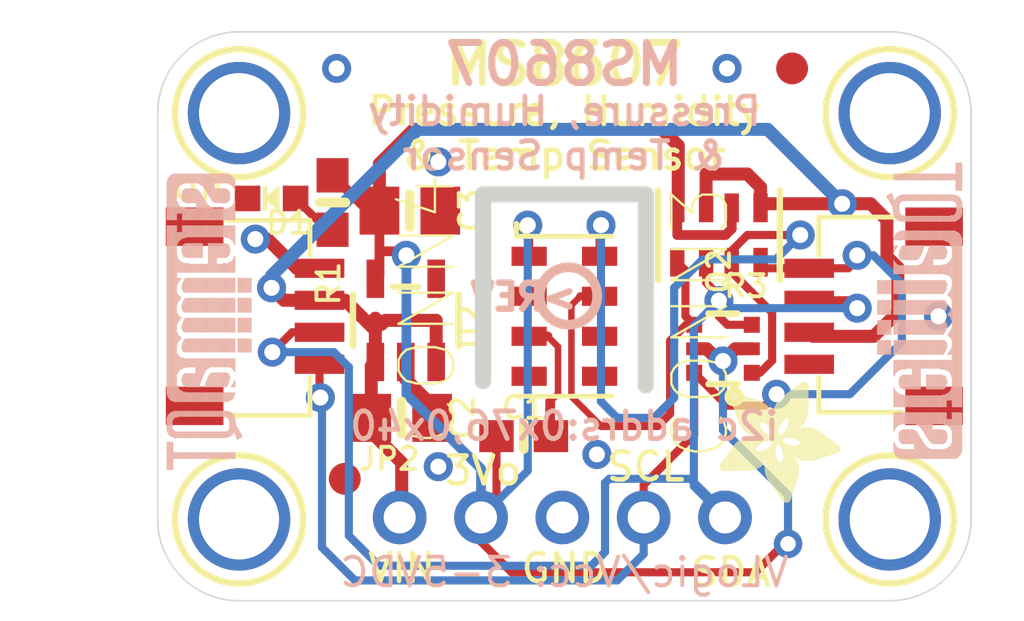
<source format=kicad_pcb>
(kicad_pcb (version 20211014) (generator pcbnew)
  (layers (0 "F.Cu" signal) (31 "B.Cu" signal) (34 "B.Paste" user) (35 "F.Paste" user) (36 "B.SilkS" user "B.Silkscreen") (37 "F.SilkS" user "F.Silkscreen") (38 "B.Mask" user) (39 "F.Mask" user) (44 "Edge.Cuts" user))
  (net 0 "")
  (net 1 "GND")
  (net 2 "SDA")
  (net 3 "SCL")
  (net 4 "SCL_3V")
  (net 5 "SDA_3V")
  (net 6 "3.3V")
  (net 7 "VCC")
  (net 8 "N$1")
  (footprint "Adafruit MS8607:ADAFRUIT_3.5MM" (layer "F.Cu") (at 153.3271 107.0356 -90)
    (fp_text reference "U$22" hide)
    (fp_text value "" hide)
  )
  (footprint "Adafruit MS8607:1X05_ROUND" (layer "F.Cu") (at 148.4376 111.2901)
    (fp_text reference "JP2" (at -6.4262 -1.8288) (layer "F.SilkS") (effects (font (size 0.692831 0.692831) (thickness 0.119969)) (justify left)))
    (fp_text value "")
    (pad "1" thru_hole circle (at -5.08 0 90) (size 1.6764 1.6764) (drill 1) (layers *.Cu *.Mask) (net 7 "VCC"))
    (pad "2" thru_hole circle (at -2.54 0 90) (size 1.6764 1.6764) (drill 1) (layers *.Cu *.Mask) (net 6 "3.3V"))
    (pad "3" thru_hole circle (at 0 0 90) (size 1.6764 1.6764) (drill 1) (layers *.Cu *.Mask) (net 1 "GND"))
    (pad "4" thru_hole circle (at 2.54 0 90) (size 1.6764 1.6764) (drill 1) (layers *.Cu *.Mask) (net 3 "SCL"))
    (pad "5" thru_hole circle (at 5.08 0 90) (size 1.6764 1.6764) (drill 1) (layers *.Cu *.Mask) (net 2 "SDA"))
  )
  (footprint "Adafruit MS8607:0603-NO" (layer "F.Cu") (at 147.2311 108.7501)
    (fp_text reference "C1" (at -0.762 -0.889) (layer "F.SilkS") (effects (font (size 0.692831 0.692831) (thickness 0.119969)) (justify left)))
    (fp_text value "0.1uF")
    (pad "1" smd rect (at -0.85 0) (size 1.075 1) (layers "F.Cu" "F.Paste" "F.Mask") (net 6 "3.3V"))
    (pad "2" smd rect (at 0.85 0) (size 1.075 1) (layers "F.Cu" "F.Paste" "F.Mask") (net 1 "GND"))
  )
  (footprint "Adafruit MS8607:SOT363" (layer "F.Cu") (at 153.4541 106.0196 90)
    (fp_text reference "Q2" (at 1.651 -0.127 90) (layer "F.SilkS") (effects (font (size 0.692831 0.692831) (thickness 0.119969)) (justify left)))
    (fp_text value "BSS138")
    (pad "1" smd rect (at -0.75 0.9 90) (size 0.5 0.5) (layers "F.Cu" "F.Paste" "F.Mask") (net 4 "SCL_3V"))
    (pad "2" smd rect (at 0 0.9 90) (size 0.4 0.5) (layers "F.Cu" "F.Paste" "F.Mask") (net 6 "3.3V"))
    (pad "3" smd rect (at 0.75 0.9 90) (size 0.5 0.5) (layers "F.Cu" "F.Paste" "F.Mask") (net 2 "SDA"))
    (pad "4" smd rect (at 0.75 -0.9 90) (size 0.5 0.5) (layers "F.Cu" "F.Paste" "F.Mask") (net 5 "SDA_3V"))
    (pad "5" smd rect (at 0 -0.9 90) (size 0.4 0.5) (layers "F.Cu" "F.Paste" "F.Mask") (net 6 "3.3V"))
    (pad "6" smd rect (at -0.75 -0.9 90) (size 0.5 0.5) (layers "F.Cu" "F.Paste" "F.Mask") (net 3 "SCL"))
  )
  (footprint "Adafruit MS8607:RESPACK_4X0603" (layer "F.Cu") (at 153.3271 102.4636 180)
    (fp_text reference "R3" (at -1.6 -1.6) (layer "F.SilkS") (effects (font (size 0.692831 0.692831) (thickness 0.119969)) (justify right)))
    (fp_text value "10K")
    (pad "1" smd rect (at -1.3 0.85 180) (size 0.45 0.9) (layers "F.Cu" "F.Paste" "F.Mask") (net 7 "VCC"))
    (pad "2" smd rect (at -0.4 0.85 180) (size 0.45 0.9) (layers "F.Cu" "F.Paste" "F.Mask") (net 6 "3.3V"))
    (pad "3" smd rect (at 0.4 0.85 180) (size 0.45 0.9) (layers "F.Cu" "F.Paste" "F.Mask") (net 7 "VCC"))
    (pad "4" smd rect (at 1.3 0.85 180) (size 0.45 0.9) (layers "F.Cu" "F.Paste" "F.Mask") (net 6 "3.3V"))
    (pad "5" smd rect (at 1.3 -0.85 180) (size 0.45 0.9) (layers "F.Cu" "F.Paste" "F.Mask") (net 5 "SDA_3V"))
    (pad "6" smd rect (at 0.4 -0.85 180) (size 0.45 0.9) (layers "F.Cu" "F.Paste" "F.Mask") (net 2 "SDA"))
    (pad "7" smd rect (at -0.4 -0.85 180) (size 0.45 0.9) (layers "F.Cu" "F.Paste" "F.Mask") (net 4 "SCL_3V"))
    (pad "8" smd rect (at -1.3 -0.85 180) (size 0.45 0.9) (layers "F.Cu" "F.Paste" "F.Mask") (net 3 "SCL"))
  )
  (footprint "Adafruit MS8607:JST_SH4" (layer "F.Cu") (at 158.6611 105.0036 90)
    (fp_text reference "CONN3" (at -4.6 -5.9 90) (layer "F.SilkS") (effects (font (size 1.703222 1.703222) (thickness 0.074778)) (justify left)))
    (fp_text value "STEMMA_I2C_QT" hide)
    (pad "1" smd rect (at -1.5 -2.514 180) (size 1.55 0.6) (layers "F.Cu" "F.Paste" "F.Mask") (net 1 "GND"))
    (pad "2" smd rect (at -0.5 -2.514 180) (size 1.55 0.6) (layers "F.Cu" "F.Paste" "F.Mask") (net 7 "VCC"))
    (pad "3" smd rect (at 0.5 -2.514 180) (size 1.55 0.6) (layers "F.Cu" "F.Paste" "F.Mask") (net 2 "SDA"))
    (pad "4" smd rect (at 1.5 -2.514 180) (size 1.55 0.6) (layers "F.Cu" "F.Paste" "F.Mask") (net 3 "SCL"))
    (pad "MT1" smd rect (at -2.8 1.386 180) (size 1.8 1.2) (layers "F.Cu" "F.Paste" "F.Mask") (net 1 "GND"))
    (pad "MT2" smd rect (at 2.8 1.386 180) (size 1.8 1.2) (layers "F.Cu" "F.Paste" "F.Mask") (net 1 "GND"))
  )
  (footprint "Adafruit MS8607:0603-NO" (layer "F.Cu") (at 141.2621 101.4476 -90)
    (fp_text reference "R1" (at 1.778 0.127 90) (layer "F.SilkS") (effects (font (size 0.692831 0.692831) (thickness 0.119969)) (justify right)))
    (fp_text value "10K")
    (pad "1" smd rect (at -0.85 0 270) (size 1.075 1) (layers "F.Cu" "F.Paste" "F.Mask") (net 6 "3.3V"))
    (pad "2" smd rect (at 0.85 0 270) (size 1.075 1) (layers "F.Cu" "F.Paste" "F.Mask") (net 8 "N$1"))
  )
  (footprint "Adafruit MS8607:MOUNTINGHOLE_2.5_PLATED" (layer "F.Cu") (at 138.3411 98.6536)
    (fp_text reference "U$1" hide)
    (fp_text value "MOUNTINGHOLE2.5" hide)
    (pad "P$1" thru_hole circle (at 0 0) (size 3.2 3.2) (drill 2.5) (layers *.Cu *.Mask))
  )
  (footprint "Adafruit MS8607:MOUNTINGHOLE_2.5_PLATED" (layer "F.Cu") (at 138.3411 111.3536)
    (fp_text reference "U$19" hide)
    (fp_text value "MOUNTINGHOLE2.5" hide)
    (pad "P$1" thru_hole circle (at 0 0) (size 3.2 3.2) (drill 2.5) (layers *.Cu *.Mask))
  )
  (footprint "Adafruit MS8607:MOUNTINGHOLE_2.5_PLATED" (layer "F.Cu") (at 158.6611 111.3536)
    (fp_text reference "U$21" hide)
    (fp_text value "MOUNTINGHOLE2.5" hide)
    (pad "P$1" thru_hole circle (at 0 0) (size 3.2 3.2) (drill 2.5) (layers *.Cu *.Mask))
  )
  (footprint "Adafruit MS8607:MS8607" (layer "F.Cu") (at 148.5011 105.0036)
    (fp_text reference "X1" hide)
    (fp_text value "MS8607" hide)
    (pad "1" smd rect (at -1.1 -1.875) (size 1.1 0.6) (layers "F.Cu" "F.Paste" "F.Mask") (net 6 "3.3V"))
    (pad "2" smd rect (at -1.1 -0.625) (size 1.1 0.6) (layers "F.Cu" "F.Paste" "F.Mask"))
    (pad "3" smd rect (at -1.1 0.625) (size 1.1 0.6) (layers "F.Cu" "F.Paste" "F.Mask") (net 1 "GND"))
    (pad "4" smd rect (at -1.1 1.875) (size 1.1 0.6) (layers "F.Cu" "F.Paste" "F.Mask"))
    (pad "5" smd rect (at 1.1 1.875 180) (size 1.1 0.6) (layers "F.Cu" "F.Paste" "F.Mask"))
    (pad "6" smd rect (at 1.1 0.625 180) (size 1.1 0.6) (layers "F.Cu" "F.Paste" "F.Mask"))
    (pad "7" smd rect (at 1.1 -0.625 180) (size 1.1 0.6) (layers "F.Cu" "F.Paste" "F.Mask") (net 5 "SDA_3V"))
    (pad "8" smd rect (at 1.1 -1.875 180) (size 1.1 0.6) (layers "F.Cu" "F.Paste" "F.Mask") (net 4 "SCL_3V"))
  )
  (footprint "Adafruit MS8607:SOT23-5" (layer "F.Cu") (at 143.5481 105.1306)
    (fp_text reference "U2" (at 2.032 -0.562 90) (layer "F.SilkS") (effects (font (size 0.692831 0.692831) (thickness 0.119969)) (justify right)))
    (fp_text value "AP2112K-3.3")
    (pad "1" smd rect (at -0.95 1.3001) (size 0.55 1.2) (layers "F.Cu" "F.Paste" "F.Mask") (net 7 "VCC"))
    (pad "2" smd rect (at 0 1.3001) (size 0.55 1.2) (layers "F.Cu" "F.Paste" "F.Mask") (net 1 "GND"))
    (pad "3" smd rect (at 0.95 1.3001) (size 0.55 1.2) (layers "F.Cu" "F.Paste" "F.Mask") (net 7 "VCC"))
    (pad "4" smd rect (at 0.95 -1.3001) (size 0.55 1.2) (layers "F.Cu" "F.Paste" "F.Mask"))
    (pad "5" smd rect (at -0.95 -1.3001) (size 0.55 1.2) (layers "F.Cu" "F.Paste" "F.Mask") (net 6 "3.3V"))
  )
  (footprint "Adafruit MS8607:FIDUCIAL_1MM" (layer "F.Cu") (at 155.6131 97.2566)
    (fp_text reference "FID4" hide)
    (fp_text value "FIDUCIAL_1MM" hide)
    (pad "1" smd roundrect (at 0 0) (size 1 1) (layers "F.Cu" "F.Mask") (roundrect_rratio 0.5))
  )
  (footprint "Adafruit MS8607:0805-NO" (layer "F.Cu") (at 143.6751 101.7016)
    (fp_text reference "C3" (at 1.905 -0.762 90) (layer "F.SilkS") (effects (font (size 0.692831 0.692831) (thickness 0.119969)) (justify right)))
    (fp_text value "10uF")
    (pad "1" smd rect (at -0.95 0) (size 1.24 1.5) (layers "F.Cu" "F.Paste" "F.Mask") (net 6 "3.3V"))
    (pad "2" smd rect (at 0.95 0) (size 1.24 1.5) (layers "F.Cu" "F.Paste" "F.Mask") (net 1 "GND"))
  )
  (footprint "Adafruit MS8607:JST_SH4" (layer "F.Cu") (at 138.3411 105.0036 -90)
    (fp_text reference "CONN4" (at -4.6 -5.9 90) (layer "F.SilkS") (effects (font (size 1.703222 1.703222) (thickness 0.074778)) (justify right)))
    (fp_text value "STEMMA_I2C_QT" hide)
    (pad "1" smd rect (at -1.5 -2.514) (size 1.55 0.6) (layers "F.Cu" "F.Paste" "F.Mask") (net 1 "GND"))
    (pad "2" smd rect (at -0.5 -2.514) (size 1.55 0.6) (layers "F.Cu" "F.Paste" "F.Mask") (net 7 "VCC"))
    (pad "3" smd rect (at 0.5 -2.514) (size 1.55 0.6) (layers "F.Cu" "F.Paste" "F.Mask") (net 2 "SDA"))
    (pad "4" smd rect (at 1.5 -2.514) (size 1.55 0.6) (layers "F.Cu" "F.Paste" "F.Mask") (net 3 "SCL"))
    (pad "MT1" smd rect (at -2.8 1.386) (size 1.8 1.2) (layers "F.Cu" "F.Paste" "F.Mask") (net 1 "GND"))
    (pad "MT2" smd rect (at 2.8 1.386) (size 1.8 1.2) (layers "F.Cu" "F.Paste" "F.Mask") (net 1 "GND"))
  )
  (footprint "Adafruit MS8607:FIDUCIAL_1MM" (layer "F.Cu") (at 141.6431 110.0836)
    (fp_text reference "FID3" hide)
    (fp_text value "FIDUCIAL_1MM" hide)
    (pad "1" smd roundrect (at 0 0) (size 1 1) (layers "F.Cu" "F.Mask") (roundrect_rratio 0.5))
  )
  (footprint "Adafruit MS8607:0805-NO" (layer "F.Cu") (at 143.4211 108.1786)
    (fp_text reference "C2" (at 1.905 -0.762 90) (layer "F.SilkS") (effects (font (size 0.692831 0.692831) (thickness 0.119969)) (justify right)))
    (fp_text value "10uF")
    (pad "1" smd rect (at -0.95 0) (size 1.24 1.5) (layers "F.Cu" "F.Paste" "F.Mask") (net 7 "VCC"))
    (pad "2" smd rect (at 0.95 0) (size 1.24 1.5) (layers "F.Cu" "F.Paste" "F.Mask") (net 1 "GND"))
  )
  (footprint "Adafruit MS8607:CHIPLED_0603_NOOUTLINE" (layer "F.Cu") (at 139.3571 101.3206 90)
    (fp_text reference "D1" (at -0.762 1.27) (layer "F.SilkS") (effects (font (size 0.692831 0.692831) (thickness 0.119969)) (justify right)))
    (fp_text value "GREEN")
    (pad "A" smd rect (at 0 0.75 90) (size 0.8 0.8) (layers "F.Cu" "F.Paste" "F.Mask") (net 8 "N$1"))
    (pad "C" smd rect (at 0 -0.75 90) (size 0.8 0.8) (layers "F.Cu" "F.Paste" "F.Mask") (net 1 "GND"))
  )
  (footprint "Adafruit MS8607:MOUNTINGHOLE_2.5_PLATED" (layer "F.Cu") (at 158.6611 98.6536)
    (fp_text reference "U$17" hide)
    (fp_text value "MOUNTINGHOLE2.5" hide)
    (pad "P$1" thru_hole circle (at 0 0) (size 3.2 3.2) (drill 2.5) (layers *.Cu *.Mask))
  )
  (footprint "Adafruit MS8607:STEMMAQT" (layer "B.Cu") (at 158.2801 109.4486 90)
    (fp_text reference "U$30" hide)
    (fp_text value "" hide)
  )
  (footprint "Adafruit MS8607:PCBFEAT-REV-040" (layer "B.Cu") (at 148.6281 104.3686 180)
    (fp_text reference "U$25" hide)
    (fp_text value "" hide)
    (fp_text user ">REV" (at -0.3556 -0.508) (layer "B.SilkS") (effects (font (size 0.8128 0.8128) (thickness 0.2032)) (justify left bottom mirror)))
  )
  (footprint "Adafruit MS8607:STEMMAQT" (layer "B.Cu") (at 138.7221 100.5586 -90)
    (fp_text reference "U$31" hide)
    (fp_text value "" hide)
  )
  (gr_arc (start 138.3411 113.8936) (mid 136.545049 113.149651) (end 135.8011 111.3536) (layer "Edge.Cuts") (width 0.05))
  (gr_line (start 135.8011 98.6536) (end 135.8011 111.3536) (layer "Edge.Cuts") (width 0.05))
  (gr_arc (start 161.2011 111.3536) (mid 160.457151 113.149651) (end 158.6611 113.8936) (layer "Edge.Cuts") (width 0.05))
  (gr_arc (start 135.8011 98.6536) (mid 136.545049 96.857549) (end 138.3411 96.1136) (layer "Edge.Cuts") (width 0.05))
  (gr_line (start 145.9611 107.0356) (end 145.9611 101.1936) (layer "Edge.Cuts") (width 0.508))
  (gr_line (start 151.0411 101.1936) (end 151.0411 107.1626) (layer "Edge.Cuts") (width 0.508))
  (gr_line (start 161.2011 111.3536) (end 161.2011 98.6536) (layer "Edge.Cuts") (width 0.05))
  (gr_line (start 158.6611 96.1136) (end 138.3411 96.1136) (layer "Edge.Cuts") (width 0.05))
  (gr_line (start 145.9611 101.1936) (end 151.0411 101.1936) (layer "Edge.Cuts") (width 0.508))
  (gr_arc (start 158.6611 96.1136) (mid 160.457151 96.857549) (end 161.2011 98.6536) (layer "Edge.Cuts") (width 0.05))
  (gr_line (start 138.3411 113.8936) (end 158.6611 113.8936) (layer "Edge.Cuts") (width 0.05))
  (gr_text "Pressure, Humidity\n& Temp Sensor" (at 148.5011 99.2886) (layer "B.SilkS") (effects (font (size 0.8636 0.8636) (thickness 0.1524)) (justify mirror)))
  (gr_text "MS8607" (at 148.5011 97.1296) (layer "B.SilkS") (effects (font (size 1.25222 1.25222) (thickness 0.22098)) (justify mirror)))
  (gr_text "i2c addrs:0x76,0x40" (at 148.5011 108.4326) (layer "B.SilkS") (effects (font (size 0.8636 0.8636) (thickness 0.1524)) (justify mirror)))
  (gr_text "VLogic/Vcc: 3-5VDC" (at 148.5011 113.0046) (layer "B.SilkS") (effects (font (size 0.89408 0.89408) (thickness 0.12192)) (justify mirror)))
  (gr_text "MS8607" (at 148.5011 97.1296) (layer "F.SilkS") (effects (font (size 1.25222 1.25222) (thickness 0.22098))))
  (gr_text "SDA" (at 153.7081 113.0046) (layer "F.SilkS") (effects (font (size 0.87376 0.87376) (thickness 0.14224))))
  (gr_text "GND" (at 148.5011 112.8776) (layer "F.SilkS") (effects (font (size 0.87376 0.87376) (thickness 0.14224))))
  (gr_text "Pressure, Humidity\n& Temp Sensor" (at 148.5011 99.2886) (layer "F.SilkS") (effects (font (size 0.8636 0.8636) (thickness 0.1524))))
  (gr_text "SCL" (at 151.0411 109.7026) (layer "F.SilkS") (effects (font (size 0.87376 0.87376) (thickness 0.14224))))
  (gr_text "3Vo" (at 145.9611 109.8296) (layer "F.SilkS") (effects (font (size 0.87376 0.87376) (thickness 0.14224))))
  (gr_text "on" (at 136.1821 101.4476) (layer "F.SilkS") (effects (font (size 0.89408 0.89408) (thickness 0.12192)) (justify left bottom)))
  (gr_text "VIN" (at 143.4211 112.8776) (layer "F.SilkS") (effects (font (size 0.87376 0.87376) (thickness 0.14224))))
  (segment (start 148.3018 107.4254) (end 148.0566 107.6706) (width 0.2032) (layer "F.Cu") (net 1))
  (segment (start 148.0566 108.7256) (end 148.0811 108.7501) (width 0.3048) (layer "F.Cu") (net 1))
  (segment (start 144.3711 108.1786) (end 144.3711 107.7976) (width 0.4064) (layer "F.Cu") (net 1))
  (segment (start 147.4011 105.6286) (end 147.9743 105.6286) (width 0.3048) (layer "F.Cu") (net 1))
  (segment (start 148.0566 107.6706) (end 148.0566 108.7256) (width 0.3048) (layer "F.Cu") (net 1))
  (segment (start 140.1431 103.5036) (end 139.2301 102.5906) (width 0.4064) (layer "F.Cu") (net 1))
  (segment (start 143.5481 106.4307) (end 143.5481 106.9746) (width 0.4064) (layer "F.Cu") (net 1))
  (segment (start 139.2301 102.5906) (end 138.8491 102.5906) (width 0.4064) (layer "F.Cu") (net 1))
  (segment (start 140.8551 103.5036) (end 140.1431 103.5036) (width 0.4064) (layer "F.Cu") (net 1))
  (segment (start 144.3711 107.7976) (end 143.5481 106.9746) (width 0.4064) (layer "F.Cu") (net 1))
  (segment (start 148.3018 105.9561) (end 148.3018 107.4254) (width 0.2032) (layer "F.Cu") (net 1))
  (segment (start 147.9743 105.6286) (end 148.3018 105.9561) (width 0.2032) (layer "F.Cu") (net 1))
  (via (at 144.5641 100.1776) (size 0.9064) (drill 0.5) (layers "F.Cu" "B.Cu") (net 1))
  (via (at 160.1851 105.0036) (size 0.9064) (drill 0.5) (layers "F.Cu" "B.Cu") (net 1))
  (via (at 144.5641 109.7026) (size 0.9064) (drill 0.5) (layers "F.Cu" "B.Cu") (net 1))
  (via (at 141.3891 97.2566) (size 0.9064) (drill 0.5) (layers "F.Cu" "B.Cu") (net 1))
  (via (at 149.5171 109.3216) (size 0.9064) (drill 0.5) (layers "F.Cu" "B.Cu") (net 1))
  (via (at 153.5811 97.2566) (size 0.9064) (drill 0.5) (layers "F.Cu" "B.Cu") (net 1))
  (via (at 138.8491 102.5906) (size 0.9064) (drill 0.5) (layers "F.Cu" "B.Cu") (net 1))
  (segment (start 153.3271 104.3486) (end 152.9271 103.9486) (width 0.254) (layer "F.Cu") (net 2))
  (segment (start 152.9271 103.3136) (end 152.9271 103.9486) (width 0.254) (layer "F.Cu") (net 2))
  (segment (start 140.0001 105.5036) (end 139.379706 106.123994) (width 0.254) (layer "F.Cu") (net 2))
  (segment (start 153.3271 104.5146) (end 153.3271 104.3486) (width 0.254) (layer "F.Cu") (net 2))
  (segment (start 153.5921 105.2696) (end 153.3271 105.0046) (width 0.254) (layer "F.Cu") (net 2))
  (segment (start 153.5921 105.2696) (end 154.3541 105.2696) (width 0.254) (layer "F.Cu") (net 2))
  (segment (start 156.1471 104.5036) (end 157.3991 104.5036) (width 0.254) (layer "F.Cu") (net 2))
  (segment (start 140.8551 105.5036) (end 140.0001 105.5036) (width 0.254) (layer "F.Cu") (net 2))
  (segment (start 153.3271 104.5146) (end 153.3271 105.0046) (width 0.254) (layer "F.Cu") (net 2))
  (segment (start 157.3991 104.5036) (end 157.6451 104.7496) (width 0.254) (layer "F.Cu") (net 2))
  (via (at 153.3271 104.5146) (size 0.9064) (drill 0.5) (layers "F.Cu" "B.Cu") (net 2))
  (via (at 157.6451 104.7496) (size 0.9064) (drill 0.5) (layers "F.Cu" "B.Cu") (net 2))
  (via (at 139.379706 106.123994) (size 0.9064) (drill 0.5) (layers "F.Cu" "B.Cu") (net 2))
  (segment (start 141.7701 106.5911) (end 141.7701 111.8616) (width 0.254) (layer "B.Cu") (net 2))
  (segment (start 149.3393 112.8014) (end 149.7711 112.3696) (width 0.254) (layer "B.Cu") (net 2))
  (segment (start 153.5176 111.2901) (end 152.5461 110.3186) (width 0.254) (layer "B.Cu") (net 2))
  (segment (start 153.5621 104.7496) (end 153.3271 104.5146) (width 0.254) (layer "B.Cu") (net 2))
  (segment (start 153.5176 111.1631) (end 153.5176 111.2901) (width 0.254) (layer "B.Cu") (net 2))
  (segment (start 149.7711 110.2106) (end 149.8981 110.0836) (width 0.254) (layer "B.Cu") (net 2))
  (segment (start 149.8981 110.0836) (end 152.4381 110.0836) (width 0.254) (layer "B.Cu") (net 2))
  (segment (start 149.7711 112.3696) (end 149.7711 110.2106) (width 0.254) (layer "B.Cu") (net 2))
  (segment (start 141.7701 111.8616) (end 142.7099 112.8014) (width 0.254) (layer "B.Cu") (net 2))
  (segment (start 141.302993 106.123994) (end 141.7701 106.5911) (width 0.254) (layer "B.Cu") (net 2))
  (segment (start 157.6451 104.7496) (end 153.5621 104.7496) (width 0.254) (layer "B.Cu") (net 2))
  (segment (start 149.3393 112.8014) (end 142.7099 112.8014) (width 0.254) (layer "B.Cu") (net 2))
  (segment (start 152.5461 105.2956) (end 152.5461 110.3186) (width 0.254) (layer "B.Cu") (net 2))
  (segment (start 153.3271 104.5146) (end 152.5461 105.2956) (width 0.254) (layer "B.Cu") (net 2))
  (segment (start 152.4381 110.0836) (end 153.5176 111.1631) (width 0.254) (layer "B.Cu") (net 2))
  (segment (start 139.379706 106.123994) (end 141.302993 106.123994) (width 0.254) (layer "B.Cu") (net 2))
  (segment (start 152.5541 108.6976) (end 150.9776 110.2741) (width 0.254) (layer "F.Cu") (net 3))
  (segment (start 140.8551 106.5036) (end 140.8551 107.5176) (width 0.254) (layer "F.Cu") (net 3))
  (segment (start 157.6451 103.0986) (end 157.6451 103.2256) (width 0.254) (layer "F.Cu") (net 3))
  (segment (start 152.5541 106.7696) (end 152.5536 106.7701) (width 0.254) (layer "F.Cu") (net 3))
  (segment (start 154.8171 103.5036) (end 154.6271 103.3136) (width 0.254) (layer "F.Cu") (net 3))
  (segment (start 156.1471 103.5036) (end 154.8171 103.5036) (width 0.254) (layer "F.Cu") (net 3))
  (segment (start 150.9776 110.2741) (end 150.9776 111.2901) (width 0.254) (layer "F.Cu") (net 3))
  (segment (start 157.6451 103.2256) (end 157.3671 103.5036) (width 0.254) (layer "F.Cu") (net 3))
  (segment (start 157.3671 103.5036) (end 156.1471 103.5036) (width 0.254) (layer "F.Cu") (net 3))
  (segment (start 154.7698 107.7976) (end 155.12795 107.43945) (width 0.254) (layer "F.Cu") (net 3))
  (segment (start 152.5541 106.7696) (end 152.5541 108.6976) (width 0.254) (layer "F.Cu") (net 3))
  (segment (start 140.8811 107.5436) (end 140.8551 107.5176) (width 0.254) (layer "F.Cu") (net 3))
  (segment (start 153.5811 107.7976) (end 154.7698 107.7976) (width 0.254) (layer "F.Cu") (net 3))
  (segment (start 153.5811 107.7976) (end 152.5536 106.7701) (width 0.254) (layer "F.Cu") (net 3))
  (via (at 140.8811 107.5436) (size 0.9064) (drill 0.5) (layers "F.Cu" "B.Cu") (net 3))
  (via (at 157.6451 103.0986) (size 0.9064) (drill 0.5) (layers "F.Cu" "B.Cu") (net 3))
  (via (at 155.12795 107.43945) (size 0.9064) (drill 0.5) (layers "F.Cu" "B.Cu") (net 3))
  (segment (start 159.0421 105.8113) (end 159.0421 103.9876) (width 0.254) (layer "B.Cu") (net 3))
  (segment (start 141.9606 113.2586) (end 150.1521 113.2586) (width 0.254) (layer "B.Cu") (net 3))
  (segment (start 140.9319 107.5436) (end 140.9319 112.2299) (width 0.254) (layer "B.Cu") (net 3))
  (segment (start 159.0421 103.9876) (end 158.1531 103.0986) (width 0.254) (layer "B.Cu") (net 3))
  (segment (start 140.8811 107.5436) (end 140.9319 107.5436) (width 0.254) (layer "B.Cu") (net 3))
  (segment (start 150.9776 112.4331) (end 150.9776 111.2901) (width 0.254) (layer "B.Cu") (net 3))
  (segment (start 140.9319 112.2299) (end 141.9606 113.2586) (width 0.254) (layer "B.Cu") (net 3))
  (segment (start 158.1531 103.0986) (end 157.6451 103.0986) (width 0.254) (layer "B.Cu") (net 3))
  (segment (start 157.41395 107.43945) (end 159.0421 105.8113) (width 0.254) (layer "B.Cu") (net 3))
  (segment (start 150.1521 113.2586) (end 150.9776 112.4331) (width 0.254) (layer "B.Cu") (net 3))
  (segment (start 155.12795 107.43945) (end 157.41395 107.43945) (width 0.254) (layer "B.Cu") (net 3))
  (segment (start 153.7271 102.9526) (end 154.2161 102.4636) (width 0.254) (layer "F.Cu") (net 4))
  (segment (start 154.9891 106.3886) (end 154.6081 106.7696) (width 0.254) (layer "F.Cu") (net 4))
  (segment (start 153.7271 103.3136) (end 153.7271 103.6256) (width 0.254) (layer "F.Cu") (net 4))
  (segment (start 149.6011 103.1286) (end 149.6011 102.1978) (width 0.254) (layer "F.Cu") (net 4))
  (segment (start 154.9891 104.8876) (end 154.9891 106.3886) (width 0.254) (layer "F.Cu") (net 4))
  (segment (start 154.2161 102.4636) (end 155.8671 102.4636) (width 0.254) (layer "F.Cu") (net 4))
  (segment (start 149.6011 102.1978) (end 149.6441 102.1548) (width 0.254) (layer "F.Cu") (net 4))
  (segment (start 153.7271 103.3136) (end 153.7271 102.9526) (width 0.254) (layer "F.Cu") (net 4))
  (segment (start 153.7271 103.6256) (end 154.9891 104.8876) (width 0.254) (layer "F.Cu") (net 4))
  (segment (start 154.3541 106.7696) (end 154.6081 106.7696) (width 0.254) (layer "F.Cu") (net 4))
  (via (at 155.8671 102.4636) (size 0.9064) (drill 0.5) (layers "F.Cu" "B.Cu") (net 4))
  (via (at 149.6441 102.1548) (size 0.9064) (drill 0.5) (layers "F.Cu" "B.Cu") (net 4))
  (segment (start 149.6441 107.6706) (end 150.1521 108.1786) (width 0.254) (layer "B.Cu") (net 4))
  (segment (start 152.8191 103.2256) (end 155.1051 103.2256) (width 0.254) (layer "B.Cu") (net 4))
  (segment (start 151.9301 104.1146) (end 152.8191 103.2256) (width 0.254) (layer "B.Cu") (net 4))
  (segment (start 149.6441 102.1548) (end 149.6441 107.6706) (width 0.254) (layer "B.Cu") (net 4))
  (segment (start 150.1521 108.1786) (end 151.304131 108.1786) (width 0.254) (layer "B.Cu") (net 4))
  (segment (start 151.9301 107.552632) (end 151.9301 104.1146) (width 0.254) (layer "B.Cu") (net 4))
  (segment (start 151.304131 108.1786) (end 151.9301 107.552632) (width 0.254) (layer "B.Cu") (net 4))
  (segment (start 155.1051 103.2256) (end 155.8671 102.4636) (width 0.254) (layer "B.Cu") (net 4))
  (segment (start 152.2811 103.5676) (end 152.2811 104.9966) (width 0.254) (layer "F.Cu") (net 5))
  (segment (start 148.7209 107.5094) (end 149.6441 108.4326) (width 0.2032) (layer "F.Cu") (net 5))
  (segment (start 152.5541 105.2696) (end 152.2991 105.2696) (width 0.254) (layer "F.Cu") (net 5))
  (segment (start 148.7209 104.6568) (end 148.7209 107.5094) (width 0.2032) (layer "F.Cu") (net 5))
  (segment (start 149.6011 104.3786) (end 148.9991 104.3786) (width 0.254) (layer "F.Cu") (net 5))
  (segment (start 152.2811 104.9966) (end 152.5541 105.2696) (width 0.254) (layer "F.Cu") (net 5))
  (segment (start 151.8031 105.7656) (end 151.8031 108.0516) (width 0.254) (layer "F.Cu") (net 5))
  (segment (start 148.9991 104.3786) (end 148.7209 104.6568) (width 0.2032) (layer "F.Cu") (net 5))
  (segment (start 151.4221 108.4326) (end 149.6441 108.4326) (width 0.254) (layer "F.Cu") (net 5))
  (segment (start 152.2991 105.2696) (end 151.8031 105.7656) (width 0.254) (layer "F.Cu") (net 5))
  (segment (start 152.0271 103.3136) (end 152.2811 103.5676) (width 0.254) (layer "F.Cu") (net 5))
  (segment (start 151.8031 108.0516) (end 151.4221 108.4326) (width 0.254) (layer "F.Cu") (net 5))
  (segment (start 142.7251 101.7016) (end 142.7251 100.2386) (width 0.4064) (layer "F.Cu") (net 6))
  (segment (start 143.8021 99.1616) (end 151.5491 99.1616) (width 0.4064) (layer "F.Cu") (net 6))
  (segment (start 152.0271 101.6136) (end 152.0271 102.4636) (width 0.3048) (layer "F.Cu") (net 6))
  (segment (start 154.4701 113.0046) (end 146.8501 113.0046) (width 0.254) (layer "F.Cu") (net 6))
  (segment (start 142.7251 100.2386) (end 143.8021 99.1616) (width 0.4064) (layer "F.Cu") (net 6))
  (segment (start 152.0271 102.4636) (end 153.5336 102.4636) (width 0.3048) (layer "F.Cu") (net 6))
  (segment (start 146.3811 108.7501) (end 146.3811 110.8066) (width 0.254) (layer "F.Cu") (net 6))
  (segment (start 142.7251 103.7035) (end 142.5981 103.8305) (width 0.3048) (layer "F.Cu") (net 6))
  (segment (start 155.4861 112.1156) (end 155.3591 112.1156) (width 0.254) (layer "F.Cu") (net 6))
  (segment (start 153.5336 102.4636) (end 153.7271 102.2701) (width 0.3048) (layer "F.Cu") (net 6))
  (segment (start 153.7271 102.2701) (end 153.7271 101.6136) (width 0.3048) (layer "F.Cu") (net 6))
  (segment (start 147.4011 102.1978) (end 147.3581 102.1548) (width 0.254) (layer "F.Cu") (net 6))
  (segment (start 152.9461 106.0196) (end 152.5541 106.0196) (width 0.4064) (layer "F.Cu") (net 6))
  (segment (start 143.4397 102.9716) (end 143.5667 103.0986) (width 0.3048) (layer "F.Cu") (net 6))
  (segment (start 142.7251 101.7016) (end 142.7251 102.9716) (width 0.3048) (layer "F.Cu") (net 6))
  (segment (start 141.2621 100.5976) (end 142.3661 101.7016) (width 0.3048) (layer "F.Cu") (net 6))
  (segment (start 153.3271 106.4006) (end 153.4541 106.4006) (width 0.3048) (layer "F.Cu") (net 6))
  (segment (start 154.3541 106.0196) (end 153.8351 106.0196) (width 0.4064) (layer "F.Cu") (net 6))
  (segment (start 153.4541 106.4006) (end 153.8351 106.0196) (width 0.4064) (layer "F.Cu") (net 6))
  (segment (start 151.5491 99.1616) (end 152.0571 99.6696) (width 0.4064) (layer "F.Cu") (net 6))
  (segment (start 142.3661 101.7016) (end 142.7251 101.7016) (width 0.3048) (layer "F.Cu") (net 6))
  (segment (start 146.3811 110.8066) (end 145.8976 111.2901) (width 0.254) (layer "F.Cu") (net 6))
  (segment (start 147.4011 103.1286) (end 147.4011 102.1978) (width 0.254) (layer "F.Cu") (net 6))
  (segment (start 142.7251 102.9716) (end 143.4397 102.9716) (width 0.3048) (layer "F.Cu") (net 6))
  (segment (start 152.0571 101.5836) (end 152.0271 101.6136) (width 0.4064) (layer "F.Cu") (net 6))
  (segment (start 142.7251 102.9716) (end 142.7251 103.7035) (width 0.3048) (layer "F.Cu") (net 6))
  (segment (start 146.8501 113.0046) (end 145.8976 112.0521) (width 0.254) (layer "F.Cu") (net 6))
  (segment (start 152.9461 106.0196) (end 153.3271 106.4006) (width 0.4064) (layer "F.Cu") (net 6))
  (segment (start 155.3591 112.1156) (end 154.4701 113.0046) (width 0.254) (layer "F.Cu") (net 6))
  (segment (start 145.8976 112.0521) (end 145.8976 111.2901) (width 0.254) (layer "F.Cu") (net 6))
  (segment (start 152.0571 99.6696) (end 152.0571 101.5836) (width 0.4064) (layer "F.Cu") (net 6))
  (via (at 143.5667 103.0986) (size 0.9064) (drill 0.5) (layers "F.Cu" "B.Cu") (net 6))
  (via (at 153.4541 106.4006) (size 0.9064) (drill 0.5) (layers "F.Cu" "B.Cu") (net 6))
  (via (at 147.3581 102.1548) (size 0.9064) (drill 0.5) (layers "F.Cu" "B.Cu") (net 6))
  (via (at 155.4861 112.1156) (size 0.889) (drill 0.4826) (layers "F.Cu" "B.Cu") (net 6))
  (segment (start 147.3581 102.1548) (end 147.3581 109.8296) (width 0.254) (layer "B.Cu") (net 6))
  (segment (start 147.3581 109.8296) (end 145.8976 111.2901) (width 0.254) (layer "B.Cu") (net 6))
  (segment (start 143.5667 107.4352) (end 145.8976 109.7661) (width 0.3048) (layer "B.Cu") (net 6))
  (segment (start 153.4541 108.5596) (end 155.4861 110.5916) (width 0.254) (layer "B.Cu") (net 6))
  (segment (start 145.8976 109.7661) (end 145.8976 111.2901) (width 0.3048) (layer "B.Cu") (net 6))
  (segment (start 143.5667 103.0986) (end 143.5667 107.4352) (width 0.3048) (layer "B.Cu") (net 6))
  (segment (start 153.4541 106.4006) (end 153.4541 108.5596) (width 0.254) (layer "B.Cu") (net 6))
  (segment (start 155.4861 110.5916) (end 155.4861 112.1156) (width 0.254) (layer "B.Cu") (net 6))
  (segment (start 154.6271 101.6136) (end 154.7541 101.4866) (width 0.4064) (layer "F.Cu") (net 7))
  (segment (start 158.5731 101.9946) (end 158.0651 101.4866) (width 0.4064) (layer "F.Cu") (net 7))
  (segment (start 142.9131 105.1306) (end 142.7886 105.2551) (width 0.4064) (layer "F.Cu") (net 7))
  (segment (start 142.5981 105.4456) (end 142.5981 106.4307) (width 0.4064) (layer "F.Cu") (net 7))
  (segment (start 140.8551 104.5036) (end 141.6561 104.5036) (width 0.4064) (layer "F.Cu") (net 7))
  (segment (start 158.0651 101.4866) (end 157.1761 101.4866) (width 0.4064) (layer "F.Cu") (net 7))
  (segment (start 141.6561 104.5036) (end 142.5981 105.4456) (width 0.4064) (layer "F.Cu") (net 7))
  (segment (start 144.4981 105.1306) (end 142.9131 105.1306) (width 0.4064) (layer "F.Cu") (net 7))
  (segment (start 144.4981 106.4307) (end 144.4981 105.1306) (width 0.4064) (layer "F.Cu") (net 7))
  (segment (start 142.5981 105.0646) (end 142.7886 105.2551) (width 0.4064) (layer "F.Cu") (net 7))
  (segment (start 154.6271 100.9696) (end 154.2161 100.5586) (width 0.4064) (layer "F.Cu") (net 7))
  (segment (start 142.4711 108.6256) (end 143.4211 109.5756) (width 0.4064) (layer "F.Cu") (net 7))
  (segment (start 156.1471 105.5036) (end 156.2741 105.6306) (width 0.4064) (layer "F.Cu") (net 7))
  (segment (start 152.9271 100.5586) (end 154.2161 100.5586) (width 0.4064) (layer "F.Cu") (net 7))
  (segment (start 142.4711 106.5577) (end 142.4711 108.1786) (width 0.4064) (layer "F.Cu") (net 7))
  (segment (start 139.7461 104.5036) (end 139.3571 104.1146) (width 0.4064) (layer "F.Cu") (net 7))
  (segment (start 154.6271 100.9696) (end 154.6271 101.6136) (width 0.4064) (layer "F.Cu") (net 7))
  (segment (start 157.1761 101.4866) (end 154.7541 101.4866) (width 0.4064) (layer "F.Cu") (net 7))
  (segment (start 158.9151 104.8766) (end 158.9151 103.4796) (width 0.4064) (layer "F.Cu") (net 7))
  (segment (start 142.4711 108.1786) (end 142.4711 108.6256) (width 0.4064) (layer "F.Cu") (net 7))
  (segment (start 140.8551 104.5036) (end 139.7461 104.5036) (width 0.4064) (layer "F.Cu") (net 7))
  (segment (start 143.4211 111.2266) (end 143.3576 111.2901) (width 0.4064) (layer "F.Cu") (net 7))
  (segment (start 158.1611 105.6306) (end 158.9151 104.8766) (width 0.4064) (layer "F.Cu") (net 7))
  (segment (start 158.5731 101.9946) (end 158.5731 103.1376) (width 0.4064) (layer "F.Cu") (net 7))
  (segment (start 142.5981 105.0646) (end 142.5981 105.4456) (width 0.4064) (layer "F.Cu") (net 7))
  (segment (start 142.5981 106.4307) (end 142.4711 106.5577) (width 0.4064) (layer "F.Cu") (net 7))
  (segment (start 158.9151 103.4796) (end 158.5731 103.1376) (width 0.4064) (layer "F.Cu") (net 7))
  (segment (start 158.1611 105.6306) (end 156.2741 105.6306) (width 0.4064) (layer "F.Cu") (net 7))
  (segment (start 152.9271 101.6136) (end 152.9271 100.5586) (width 0.4064) (layer "F.Cu") (net 7))
  (segment (start 143.4211 109.5756) (end 143.4211 111.2266) (width 0.4064) (layer "F.Cu") (net 7))
  (via (at 157.1761 101.4866) (size 0.9064) (drill 0.5) (layers "F.Cu" "B.Cu") (net 7))
  (via (at 139.3571 104.1146) (size 0.9064) (drill 0.5) (layers "F.Cu" "B.Cu") (net 7))
  (segment (start 143.9291 99.1616) (end 139.3571 103.7336) (width 0.4064) (layer "B.Cu") (net 7))
  (segment (start 139.3571 103.7336) (end 139.3571 104.1146) (width 0.4064) (layer "B.Cu") (net 7))
  (segment (start 154.8511 99.1616) (end 143.9291 99.1616) (width 0.4064) (layer "B.Cu") (net 7))
  (segment (start 157.1761 101.4866) (end 154.8511 99.1616) (width 0.4064) (layer "B.Cu") (net 7))
  (segment (start 140.1071 101.3206) (end 141.0841 102.2976) (width 0.254) (layer "F.Cu") (net 8))
  (segment (start 141.0841 102.2976) (end 141.2621 102.2976) (width 0.254) (layer "F.Cu") (net 8))
)
</source>
